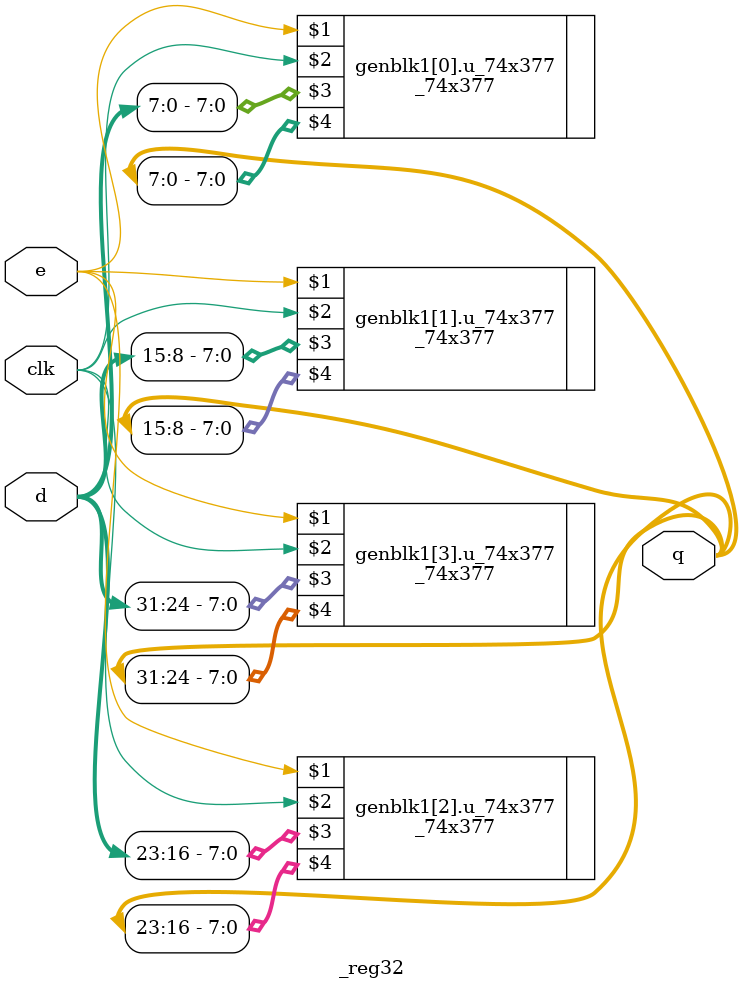
<source format=v>

module _reg32 (
    input e,
    input clk,
    input [31:0] d,
    output [31:0] q
);
    genvar i;
    generate
        for (i = 0; i < 4; i = i + 1) begin
            _74x377 u_74x377 (
                e,
                clk,
                d[i*8+7:i*8],
                q[i*8+7:i*8]
            );
        end
    endgenerate
    
endmodule
</source>
